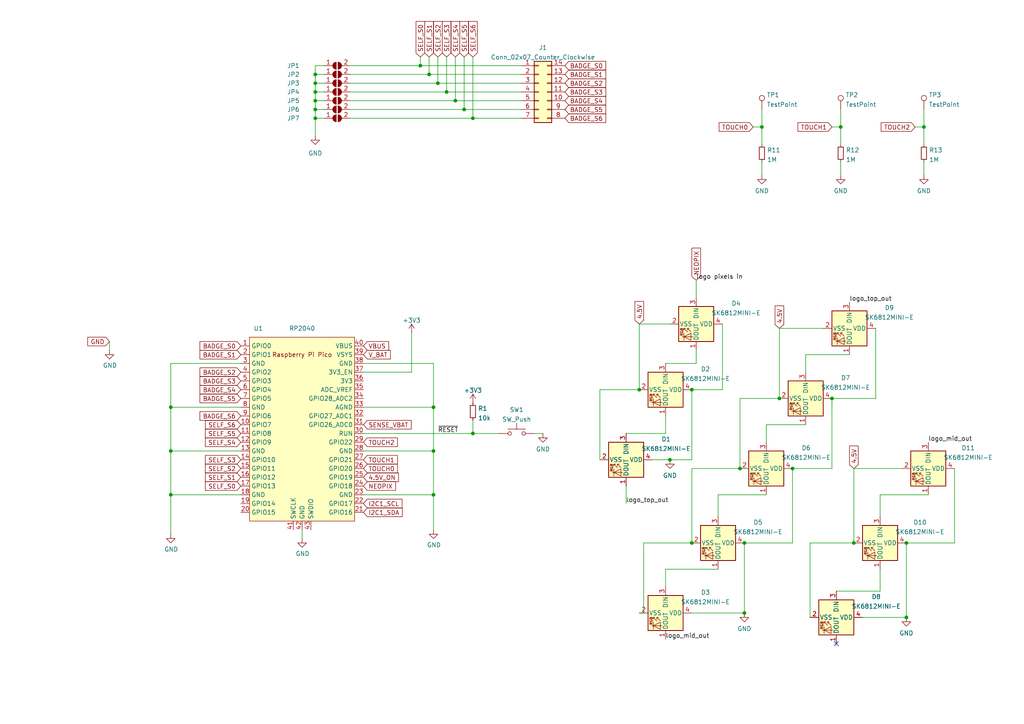
<source format=kicad_sch>
(kicad_sch (version 20211123) (generator eeschema)
  (paper "A4")
  (lib_symbols
    (symbol "Connector:TestPoint" (pin_numbers hide) (pin_names (offset 0.762) hide)
      (property "Reference" "TP" (at 0 6.858 0))
      (property "Value" "TestPoint" (at 0 5.08 0))
      (symbol "TestPoint_0_1"
        (circle (center 0 3.302) (radius 0.762))
      )
      (symbol "TestPoint_1_1"
        (pin passive line (at 0 0 90) (length 2.54) (name "1") (number "1"))
      )
    )
    (symbol "Connector_Generic:Conn_02x07_Counter_Clockwise" (pin_names (offset 1.016) hide)
      (property "Reference" "J" (at 1.27 10.16 0))
      (property "Value" "Conn_02x07_Counter_Clockwise" (at 1.27 -10.16 0))
      (symbol "Conn_02x07_Counter_Clockwise_1_1"
        (rectangle (start -1.27 -7.493) (end 0 -7.747) (stroke (width 0.1524)))
        (rectangle (start -1.27 -4.953) (end 0 -5.207) (stroke (width 0.1524)))
        (rectangle (start -1.27 -2.413) (end 0 -2.667) (stroke (width 0.1524)))
        (rectangle (start -1.27 0.127) (end 0 -0.127) (stroke (width 0.1524)))
        (rectangle (start -1.27 2.667) (end 0 2.413) (stroke (width 0.1524)))
        (rectangle (start -1.27 5.207) (end 0 4.953) (stroke (width 0.1524)))
        (rectangle (start -1.27 7.747) (end 0 7.493) (stroke (width 0.1524)))
        (rectangle (start -1.27 8.89) (end 3.81 -8.89) (stroke (width 0.254)) (fill (type background)))
        (rectangle (start 3.81 -7.493) (end 2.54 -7.747) (stroke (width 0.1524)))
        (rectangle (start 3.81 -4.953) (end 2.54 -5.207) (stroke (width 0.1524)))
        (rectangle (start 3.81 -2.413) (end 2.54 -2.667) (stroke (width 0.1524)))
        (rectangle (start 3.81 0.127) (end 2.54 -0.127) (stroke (width 0.1524)))
        (rectangle (start 3.81 2.667) (end 2.54 2.413) (stroke (width 0.1524)))
        (rectangle (start 3.81 5.207) (end 2.54 4.953) (stroke (width 0.1524)))
        (rectangle (start 3.81 7.747) (end 2.54 7.493) (stroke (width 0.1524)))
        (pin passive line (at -5.08 7.62 0) (length 3.81) (name "Pin_1") (number "1"))
        (pin passive line (at 7.62 -2.54 180) (length 3.81) (name "Pin_10") (number "10"))
        (pin passive line (at 7.62 0 180) (length 3.81) (name "Pin_11") (number "11"))
        (pin passive line (at 7.62 2.54 180) (length 3.81) (name "Pin_12") (number "12"))
        (pin passive line (at 7.62 5.08 180) (length 3.81) (name "Pin_13") (number "13"))
        (pin passive line (at 7.62 7.62 180) (length 3.81) (name "Pin_14") (number "14"))
        (pin passive line (at -5.08 5.08 0) (length 3.81) (name "Pin_2") (number "2"))
        (pin passive line (at -5.08 2.54 0) (length 3.81) (name "Pin_3") (number "3"))
        (pin passive line (at -5.08 0 0) (length 3.81) (name "Pin_4") (number "4"))
        (pin passive line (at -5.08 -2.54 0) (length 3.81) (name "Pin_5") (number "5"))
        (pin passive line (at -5.08 -5.08 0) (length 3.81) (name "Pin_6") (number "6"))
        (pin passive line (at -5.08 -7.62 0) (length 3.81) (name "Pin_7") (number "7"))
        (pin passive line (at 7.62 -7.62 180) (length 3.81) (name "Pin_8") (number "8"))
        (pin passive line (at 7.62 -5.08 180) (length 3.81) (name "Pin_9") (number "9"))
      )
    )
    (symbol "Device:R_Small" (pin_numbers hide) (pin_names (offset 0.254) hide)
      (property "Reference" "R" (at 0.762 0.508 0))
      (property "Value" "R_Small" (at 0.762 -1.016 0))
      (symbol "R_Small_0_1"
        (rectangle (start -0.762 1.778) (end 0.762 -1.778) (stroke (width 0.2032)))
      )
      (symbol "R_Small_1_1"
        (pin passive line (at 0 2.54 270) (length 0.762) (name "~") (number "1"))
        (pin passive line (at 0 -2.54 90) (length 0.762) (name "~") (number "2"))
      )
    )
    (symbol "Jumper:SolderJumper_2_Open" (pin_names (offset 0) hide)
      (property "Reference" "JP" (at 0 2.032 0))
      (property "Value" "SolderJumper_2_Open" (at 0 -2.54 0))
      (symbol "SolderJumper_2_Open_0_1"
        (arc (start -0.254 1.016) (mid -1.27 0) (end -0.254 -1.016))
        (arc (start -0.254 1.016) (mid -1.27 0) (end -0.254 -1.016) (fill (type outline)))
        (polyline (pts (xy -0.254 1.016) (xy -0.254 -1.016)))
        (polyline (pts (xy 0.254 1.016) (xy 0.254 -1.016)))
        (arc (start 0.254 -1.016) (mid 1.27 0) (end 0.254 1.016))
        (arc (start 0.254 -1.016) (mid 1.27 0) (end 0.254 1.016) (fill (type outline)))
      )
      (symbol "SolderJumper_2_Open_1_1"
        (pin passive line (at -3.81 0 0) (length 2.54) (name "A") (number "1"))
        (pin passive line (at 3.81 0 180) (length 2.54) (name "B") (number "2"))
      )
    )
    (symbol "LED:SK6812MINI" (pin_names (offset 0.254))
      (property "Reference" "D" (at 5.08 5.715 0))
      (property "Value" "SK6812MINI" (at 1.27 -5.715 0))
      (symbol "SK6812MINI_0_0"
        (text "RGB" (at 2.286 -4.191 0) (effects (font (size 0.762 0.762))))
      )
      (symbol "SK6812MINI_0_1"
        (polyline (pts (xy 1.27 -3.556) (xy 1.778 -3.556)))
        (polyline (pts (xy 1.27 -2.54) (xy 1.778 -2.54)))
        (polyline (pts (xy 4.699 -3.556) (xy 2.667 -3.556)))
        (polyline (pts (xy 2.286 -2.54) (xy 1.27 -3.556) (xy 1.27 -3.048)))
        (polyline (pts (xy 2.286 -1.524) (xy 1.27 -2.54) (xy 1.27 -2.032)))
        (polyline (pts (xy 3.683 -1.016) (xy 3.683 -3.556) (xy 3.683 -4.064)))
        (polyline (pts (xy 4.699 -1.524) (xy 2.667 -1.524) (xy 3.683 -3.556) (xy 4.699 -1.524)))
        (rectangle (start 5.08 5.08) (end -5.08 -5.08) (stroke (width 0.254)) (fill (type background)))
      )
      (symbol "SK6812MINI_1_1"
        (pin output line (at 7.62 0 180) (length 2.54) (name "DOUT") (number "1"))
        (pin power_in line (at 0 -7.62 90) (length 2.54) (name "VSS") (number "2"))
        (pin input line (at -7.62 0 0) (length 2.54) (name "DIN") (number "3"))
        (pin power_in line (at 0 7.62 270) (length 2.54) (name "VDD") (number "4"))
      )
    )
    (symbol "MCU_RaspberryPi_and_Boards:Pico"
      (property "Reference" "U" (at -13.97 27.94 0))
      (property "Value" "Pico" (at 0 19.05 0))
      (symbol "Pico_0_0"
        (text "Raspberry Pi Pico" (at 0 21.59 0) (effects (font (size 1.27 1.27))))
      )
      (symbol "Pico_0_1"
        (rectangle (start -15.24 26.67) (end 15.24 -26.67) (fill (type background)))
      )
      (symbol "Pico_1_1"
        (pin bidirectional line (at -17.78 24.13 0) (length 2.54) (name "GPIO0") (number "1"))
        (pin bidirectional line (at -17.78 1.27 0) (length 2.54) (name "GPIO7") (number "10"))
        (pin bidirectional line (at -17.78 -1.27 0) (length 2.54) (name "GPIO8") (number "11"))
        (pin bidirectional line (at -17.78 -3.81 0) (length 2.54) (name "GPIO9") (number "12"))
        (pin power_in line (at -17.78 -6.35 0) (length 2.54) (name "GND") (number "13"))
        (pin bidirectional line (at -17.78 -8.89 0) (length 2.54) (name "GPIO10") (number "14"))
        (pin bidirectional line (at -17.78 -11.43 0) (length 2.54) (name "GPIO11") (number "15"))
        (pin bidirectional line (at -17.78 -13.97 0) (length 2.54) (name "GPIO12") (number "16"))
        (pin bidirectional line (at -17.78 -16.51 0) (length 2.54) (name "GPIO13") (number "17"))
        (pin power_in line (at -17.78 -19.05 0) (length 2.54) (name "GND") (number "18"))
        (pin bidirectional line (at -17.78 -21.59 0) (length 2.54) (name "GPIO14") (number "19"))
        (pin bidirectional line (at -17.78 21.59 0) (length 2.54) (name "GPIO1") (number "2"))
        (pin bidirectional line (at -17.78 -24.13 0) (length 2.54) (name "GPIO15") (number "20"))
        (pin bidirectional line (at 17.78 -24.13 180) (length 2.54) (name "GPIO16") (number "21"))
        (pin bidirectional line (at 17.78 -21.59 180) (length 2.54) (name "GPIO17") (number "22"))
        (pin power_in line (at 17.78 -19.05 180) (length 2.54) (name "GND") (number "23"))
        (pin bidirectional line (at 17.78 -16.51 180) (length 2.54) (name "GPIO18") (number "24"))
        (pin bidirectional line (at 17.78 -13.97 180) (length 2.54) (name "GPIO19") (number "25"))
        (pin bidirectional line (at 17.78 -11.43 180) (length 2.54) (name "GPIO20") (number "26"))
        (pin bidirectional line (at 17.78 -8.89 180) (length 2.54) (name "GPIO21") (number "27"))
        (pin power_in line (at 17.78 -6.35 180) (length 2.54) (name "GND") (number "28"))
        (pin bidirectional line (at 17.78 -3.81 180) (length 2.54) (name "GPIO22") (number "29"))
        (pin power_in line (at -17.78 19.05 0) (length 2.54) (name "GND") (number "3"))
        (pin input line (at 17.78 -1.27 180) (length 2.54) (name "RUN") (number "30"))
        (pin bidirectional line (at 17.78 1.27 180) (length 2.54) (name "GPIO26_ADC0") (number "31"))
        (pin bidirectional line (at 17.78 3.81 180) (length 2.54) (name "GPIO27_ADC1") (number "32"))
        (pin power_in line (at 17.78 6.35 180) (length 2.54) (name "AGND") (number "33"))
        (pin bidirectional line (at 17.78 8.89 180) (length 2.54) (name "GPIO28_ADC2") (number "34"))
        (pin power_in line (at 17.78 11.43 180) (length 2.54) (name "ADC_VREF") (number "35"))
        (pin power_in line (at 17.78 13.97 180) (length 2.54) (name "3V3") (number "36"))
        (pin input line (at 17.78 16.51 180) (length 2.54) (name "3V3_EN") (number "37"))
        (pin bidirectional line (at 17.78 19.05 180) (length 2.54) (name "GND") (number "38"))
        (pin power_in line (at 17.78 21.59 180) (length 2.54) (name "VSYS") (number "39"))
        (pin bidirectional line (at -17.78 16.51 0) (length 2.54) (name "GPIO2") (number "4"))
        (pin power_in line (at 17.78 24.13 180) (length 2.54) (name "VBUS") (number "40"))
        (pin input line (at -2.54 -29.21 90) (length 2.54) (name "SWCLK") (number "41"))
        (pin power_in line (at 0 -29.21 90) (length 2.54) (name "GND") (number "42"))
        (pin bidirectional line (at 2.54 -29.21 90) (length 2.54) (name "SWDIO") (number "43"))
        (pin bidirectional line (at -17.78 13.97 0) (length 2.54) (name "GPIO3") (number "5"))
        (pin bidirectional line (at -17.78 11.43 0) (length 2.54) (name "GPIO4") (number "6"))
        (pin bidirectional line (at -17.78 8.89 0) (length 2.54) (name "GPIO5") (number "7"))
        (pin power_in line (at -17.78 6.35 0) (length 2.54) (name "GND") (number "8"))
        (pin bidirectional line (at -17.78 3.81 0) (length 2.54) (name "GPIO6") (number "9"))
      )
    )
    (symbol "Switch:SW_Push" (pin_numbers hide) (pin_names (offset 1.016) hide)
      (property "Reference" "SW" (at 1.27 2.54 0))
      (property "Value" "SW_Push" (at 0 -1.524 0))
      (symbol "SW_Push_0_1"
        (circle (center -2.032 0) (radius 0.508))
        (polyline (pts (xy 0 1.27) (xy 0 3.048)))
        (polyline (pts (xy 2.54 1.27) (xy -2.54 1.27)))
        (circle (center 2.032 0) (radius 0.508))
        (pin passive line (at -5.08 0 0) (length 2.54) (name "1") (number "1"))
        (pin passive line (at 5.08 0 180) (length 2.54) (name "2") (number "2"))
      )
    )
    (symbol "power:+3.3V" (power) (pin_names (offset 0))
      (property "Value" "+3.3V" (at 0 3.556 0))
      (symbol "+3.3V_0_1"
        (polyline (pts (xy -0.762 1.27) (xy 0 2.54)))
        (polyline (pts (xy 0 0) (xy 0 2.54)))
        (polyline (pts (xy 0 2.54) (xy 0.762 1.27)))
      )
      (symbol "+3.3V_1_1"
        (pin power_in line (at 0 0 90) (length 0) hide (name "+3V3") (number "1"))
      )
    )
    (symbol "power:GND" (power) (pin_names (offset 0))
      (property "Value" "GND" (at 0 -3.81 0))
      (symbol "GND_0_1"
        (polyline (pts (xy 0 0) (xy 0 -1.27) (xy 1.27 -1.27) (xy 0 -2.54) (xy -1.27 -1.27) (xy 0 -1.27)))
      )
      (symbol "GND_1_1"
        (pin power_in line (at 0 0 270) (length 0) hide (name "GND") (number "1"))
      )
    )
  )
  (junction (at 243.84 36.83))
  (junction (at 226.06 115.57))
  (junction (at 137.16 125.73))
  (junction (at 91.44 26.67))
  (junction (at 125.73 130.81))
  (junction (at 247.65 157.48))
  (junction (at 262.89 157.48))
  (junction (at 214.63 135.89))
  (junction (at 215.9 157.48))
  (junction (at 121.92 19.05))
  (junction (at 262.89 179.07))
  (junction (at 215.9 177.8))
  (junction (at 125.73 143.51))
  (junction (at 220.98 36.83))
  (junction (at 91.44 21.59))
  (junction (at 129.54 26.67))
  (junction (at 267.97 36.83))
  (junction (at 132.08 29.21))
  (junction (at 91.44 34.29))
  (junction (at 91.44 31.75))
  (junction (at 241.3 115.57))
  (junction (at 134.62 31.75))
  (junction (at 229.87 135.89))
  (junction (at 125.73 118.11))
  (junction (at 49.53 143.51))
  (junction (at 200.66 113.03))
  (junction (at 127 24.13))
  (junction (at 49.53 130.81))
  (junction (at 185.42 113.03))
  (junction (at 91.44 24.13))
  (junction (at 91.44 29.21))
  (junction (at 49.53 118.11))
  (junction (at 194.31 133.35))
  (junction (at 200.66 157.48))
  (junction (at 124.46 21.59))
  (junction (at 137.16 34.29))
  (no_connect (at 242.57 186.69))
  (wire (pts (xy 247.65 157.48) (xy 247.65 135.89)))
  (wire (pts (xy 49.53 118.11) (xy 49.53 130.81)))
  (wire (pts (xy 243.84 36.83) (xy 243.84 41.91)))
  (wire (pts (xy 229.87 135.89) (xy 241.3 135.89)))
  (wire (pts (xy 91.44 34.29) (xy 93.98 34.29)))
  (wire (pts (xy 49.53 118.11) (xy 69.85 118.11)))
  (wire (pts (xy 208.28 165.1) (xy 193.04 165.1)))
  (wire (pts (xy 194.31 93.98) (xy 185.42 93.98)))
  (wire (pts (xy 105.41 107.95) (xy 119.38 107.95)))
  (wire (pts (xy 91.44 21.59) (xy 93.98 21.59)))
  (wire (pts (xy 262.89 179.07) (xy 250.19 179.07)))
  (wire (pts (xy 241.3 36.83) (xy 243.84 36.83)))
  (wire (pts (xy 209.55 93.98) (xy 209.55 113.03)))
  (wire (pts (xy 241.3 135.89) (xy 241.3 115.57)))
  (wire (pts (xy 91.44 19.05) (xy 91.44 21.59)))
  (wire (pts (xy 105.41 118.11) (xy 125.73 118.11)))
  (wire (pts (xy 218.44 36.83) (xy 220.98 36.83)))
  (wire (pts (xy 276.86 157.48) (xy 262.89 157.48)))
  (wire (pts (xy 49.53 105.41) (xy 69.85 105.41)))
  (wire (pts (xy 125.73 130.81) (xy 125.73 143.51)))
  (wire (pts (xy 185.42 113.03) (xy 173.99 113.03)))
  (wire (pts (xy 124.46 21.59) (xy 151.13 21.59)))
  (wire (pts (xy 137.16 16.51) (xy 137.16 34.29)))
  (wire (pts (xy 214.63 115.57) (xy 214.63 135.89)))
  (wire (pts (xy 132.08 29.21) (xy 151.13 29.21)))
  (wire (pts (xy 222.25 123.19) (xy 222.25 128.27)))
  (wire (pts (xy 267.97 31.75) (xy 267.97 36.83)))
  (wire (pts (xy 255.27 143.51) (xy 255.27 149.86)))
  (wire (pts (xy 234.95 157.48) (xy 247.65 157.48)))
  (wire (pts (xy 49.53 130.81) (xy 69.85 130.81)))
  (wire (pts (xy 101.6 19.05) (xy 121.92 19.05)))
  (wire (pts (xy 105.41 130.81) (xy 125.73 130.81)))
  (wire (pts (xy 124.46 16.51) (xy 124.46 21.59)))
  (wire (pts (xy 200.66 135.89) (xy 200.66 157.48)))
  (wire (pts (xy 201.93 105.41) (xy 201.93 101.6)))
  (wire (pts (xy 209.55 113.03) (xy 200.66 113.03)))
  (wire (pts (xy 186.69 177.8) (xy 185.42 177.8)))
  (wire (pts (xy 243.84 46.99) (xy 243.84 50.8)))
  (wire (pts (xy 185.42 93.98) (xy 185.42 113.03)))
  (wire (pts (xy 87.63 153.67) (xy 87.63 156.21)))
  (wire (pts (xy 91.44 26.67) (xy 93.98 26.67)))
  (wire (pts (xy 129.54 26.67) (xy 151.13 26.67)))
  (wire (pts (xy 276.86 135.89) (xy 276.86 157.48)))
  (wire (pts (xy 91.44 31.75) (xy 93.98 31.75)))
  (wire (pts (xy 137.16 121.92) (xy 137.16 125.73)))
  (wire (pts (xy 91.44 34.29) (xy 91.44 39.37)))
  (wire (pts (xy 101.6 26.67) (xy 129.54 26.67)))
  (wire (pts (xy 265.43 36.83) (xy 267.97 36.83)))
  (wire (pts (xy 186.69 157.48) (xy 186.69 177.8)))
  (wire (pts (xy 246.38 102.87) (xy 233.68 102.87)))
  (wire (pts (xy 201.93 81.28) (xy 201.93 86.36)))
  (wire (pts (xy 220.98 31.75) (xy 220.98 36.83)))
  (wire (pts (xy 181.61 125.73) (xy 193.04 125.73)))
  (wire (pts (xy 121.92 19.05) (xy 151.13 19.05)))
  (wire (pts (xy 125.73 105.41) (xy 105.41 105.41)))
  (wire (pts (xy 125.73 118.11) (xy 125.73 130.81)))
  (wire (pts (xy 193.04 105.41) (xy 201.93 105.41)))
  (wire (pts (xy 132.08 16.51) (xy 132.08 29.21)))
  (wire (pts (xy 220.98 36.83) (xy 220.98 41.91)))
  (wire (pts (xy 234.95 179.07) (xy 234.95 157.48)))
  (wire (pts (xy 91.44 21.59) (xy 91.44 24.13)))
  (wire (pts (xy 255.27 165.1) (xy 255.27 171.45)))
  (wire (pts (xy 233.68 102.87) (xy 233.68 107.95)))
  (wire (pts (xy 49.53 143.51) (xy 69.85 143.51)))
  (wire (pts (xy 91.44 31.75) (xy 91.44 34.29)))
  (wire (pts (xy 200.66 113.03) (xy 200.66 133.35)))
  (wire (pts (xy 181.61 146.05) (xy 181.61 140.97)))
  (wire (pts (xy 127 16.51) (xy 127 24.13)))
  (wire (pts (xy 226.06 95.25) (xy 226.06 115.57)))
  (wire (pts (xy 49.53 130.81) (xy 49.53 143.51)))
  (wire (pts (xy 91.44 29.21) (xy 91.44 31.75)))
  (wire (pts (xy 31.75 99.06) (xy 31.75 101.6)))
  (wire (pts (xy 91.44 26.67) (xy 91.44 29.21)))
  (wire (pts (xy 101.6 24.13) (xy 127 24.13)))
  (wire (pts (xy 255.27 171.45) (xy 242.57 171.45)))
  (wire (pts (xy 193.04 125.73) (xy 193.04 120.65)))
  (wire (pts (xy 200.66 157.48) (xy 186.69 157.48)))
  (wire (pts (xy 91.44 24.13) (xy 93.98 24.13)))
  (wire (pts (xy 215.9 177.8) (xy 215.9 157.48)))
  (wire (pts (xy 241.3 115.57) (xy 254 115.57)))
  (wire (pts (xy 267.97 36.83) (xy 267.97 41.91)))
  (wire (pts (xy 229.87 157.48) (xy 229.87 135.89)))
  (wire (pts (xy 137.16 34.29) (xy 151.13 34.29)))
  (wire (pts (xy 91.44 19.05) (xy 93.98 19.05)))
  (wire (pts (xy 49.53 143.51) (xy 49.53 154.94)))
  (wire (pts (xy 119.38 107.95) (xy 119.38 96.52)))
  (wire (pts (xy 243.84 31.75) (xy 243.84 36.83)))
  (wire (pts (xy 214.63 135.89) (xy 200.66 135.89)))
  (wire (pts (xy 129.54 16.51) (xy 129.54 26.67)))
  (wire (pts (xy 91.44 29.21) (xy 93.98 29.21)))
  (wire (pts (xy 134.62 16.51) (xy 134.62 31.75)))
  (wire (pts (xy 247.65 135.89) (xy 261.62 135.89)))
  (wire (pts (xy 125.73 143.51) (xy 125.73 153.67)))
  (wire (pts (xy 208.28 143.51) (xy 208.28 149.86)))
  (wire (pts (xy 269.24 143.51) (xy 255.27 143.51)))
  (wire (pts (xy 91.44 24.13) (xy 91.44 26.67)))
  (wire (pts (xy 267.97 46.99) (xy 267.97 50.8)))
  (wire (pts (xy 125.73 105.41) (xy 125.73 118.11)))
  (wire (pts (xy 105.41 143.51) (xy 125.73 143.51)))
  (wire (pts (xy 101.6 29.21) (xy 132.08 29.21)))
  (wire (pts (xy 154.94 125.73) (xy 157.48 125.73)))
  (wire (pts (xy 101.6 34.29) (xy 137.16 34.29)))
  (wire (pts (xy 101.6 31.75) (xy 134.62 31.75)))
  (wire (pts (xy 222.25 143.51) (xy 208.28 143.51)))
  (wire (pts (xy 215.9 157.48) (xy 229.87 157.48)))
  (wire (pts (xy 101.6 21.59) (xy 124.46 21.59)))
  (wire (pts (xy 127 24.13) (xy 151.13 24.13)))
  (wire (pts (xy 254 115.57) (xy 254 95.25)))
  (wire (pts (xy 121.92 16.51) (xy 121.92 19.05)))
  (wire (pts (xy 262.89 157.48) (xy 262.89 179.07)))
  (wire (pts (xy 137.16 125.73) (xy 144.78 125.73)))
  (wire (pts (xy 105.41 125.73) (xy 137.16 125.73)))
  (wire (pts (xy 226.06 115.57) (xy 214.63 115.57)))
  (wire (pts (xy 200.66 177.8) (xy 215.9 177.8)))
  (wire (pts (xy 193.04 165.1) (xy 193.04 170.18)))
  (wire (pts (xy 233.68 123.19) (xy 222.25 123.19)))
  (wire (pts (xy 134.62 31.75) (xy 151.13 31.75)))
  (wire (pts (xy 220.98 46.99) (xy 220.98 50.8)))
  (wire (pts (xy 49.53 105.41) (xy 49.53 118.11)))
  (wire (pts (xy 173.99 113.03) (xy 173.99 133.35)))
  (wire (pts (xy 200.66 133.35) (xy 194.31 133.35)))
  (wire (pts (xy 238.76 95.25) (xy 226.06 95.25)))
  (wire (pts (xy 194.31 133.35) (xy 189.23 133.35)))
  (label "logo_top_out" (at 246.38 87.63 0))
  (label "logo_mid_out" (at 269.24 128.27 0))
  (label "logo pixels in" (at 201.93 81.28 0))
  (label "logo_mid_out" (at 193.04 185.42 0))
  (label "logo_top_out" (at 181.61 146.05 0))
  (label "~{RESET}" (at 127 125.73 0))
  (global_label "I2C1_SCL" (shape input) (at 105.41 146.05 0) (property "Intersheet References" "${INTERSHEET_REFS}" (effects hide)))
  (global_label "BADGE_S4" (shape input) (at 69.85 113.03 180) (property "Intersheet References" "${INTERSHEET_REFS}" (effects hide)))
  (global_label "NEOPIX" (shape input) (at 201.93 81.28 90) (property "Intersheet References" "${INTERSHEET_REFS}" (effects hide)))
  (global_label "BADGE_S1" (shape input) (at 69.85 102.87 180) (property "Intersheet References" "${INTERSHEET_REFS}" (effects hide)))
  (global_label "TOUCH0" (shape input) (at 105.41 135.89 0) (property "Intersheet References" "${INTERSHEET_REFS}" (effects hide)))
  (global_label "TOUCH2" (shape input) (at 265.43 36.83 180) (property "Intersheet References" "${INTERSHEET_REFS}" (effects hide)))
  (global_label "BADGE_S3" (shape input) (at 69.85 110.49 180) (property "Intersheet References" "${INTERSHEET_REFS}" (effects hide)))
  (global_label "BADGE_S5" (shape input) (at 163.83 31.75 0) (property "Intersheet References" "${INTERSHEET_REFS}" (effects hide)))
  (global_label "SELF_S3" (shape input) (at 129.54 16.51 90) (property "Intersheet References" "${INTERSHEET_REFS}" (effects hide)))
  (global_label "SELF_S6" (shape input) (at 137.16 16.51 90) (property "Intersheet References" "${INTERSHEET_REFS}" (effects hide)))
  (global_label "SELF_S0" (shape input) (at 69.85 140.97 180) (property "Intersheet References" "${INTERSHEET_REFS}" (effects hide)))
  (global_label "BADGE_S2" (shape input) (at 69.85 107.95 180) (property "Intersheet References" "${INTERSHEET_REFS}" (effects hide)))
  (global_label "BADGE_S0" (shape input) (at 69.85 100.33 180) (property "Intersheet References" "${INTERSHEET_REFS}" (effects hide)))
  (global_label "SELF_S2" (shape input) (at 69.85 135.89 180) (property "Intersheet References" "${INTERSHEET_REFS}" (effects hide)))
  (global_label "VBUS" (shape input) (at 105.41 100.33 0) (property "Intersheet References" "${INTERSHEET_REFS}" (effects hide)))
  (global_label "BADGE_S0" (shape input) (at 163.83 19.05 0) (property "Intersheet References" "${INTERSHEET_REFS}" (effects hide)))
  (global_label "SELF_S3" (shape input) (at 69.85 133.35 180) (property "Intersheet References" "${INTERSHEET_REFS}" (effects hide)))
  (global_label "SELF_S5" (shape input) (at 69.85 125.73 180) (property "Intersheet References" "${INTERSHEET_REFS}" (effects hide)))
  (global_label "BADGE_S6" (shape input) (at 69.85 120.65 180) (property "Intersheet References" "${INTERSHEET_REFS}" (effects hide)))
  (global_label "BADGE_S5" (shape input) (at 69.85 115.57 180) (property "Intersheet References" "${INTERSHEET_REFS}" (effects hide)))
  (global_label "BADGE_S1" (shape input) (at 163.83 21.59 0) (property "Intersheet References" "${INTERSHEET_REFS}" (effects hide)))
  (global_label "BADGE_S2" (shape input) (at 163.83 24.13 0) (property "Intersheet References" "${INTERSHEET_REFS}" (effects hide)))
  (global_label "NEOPIX" (shape input) (at 105.41 140.97 0) (property "Intersheet References" "${INTERSHEET_REFS}" (effects hide)))
  (global_label "SELF_S1" (shape input) (at 69.85 138.43 180) (property "Intersheet References" "${INTERSHEET_REFS}" (effects hide)))
  (global_label "4.5V_ON" (shape input) (at 105.41 138.43 0) (property "Intersheet References" "${INTERSHEET_REFS}" (effects hide)))
  (global_label "4.5V" (shape input) (at 185.42 93.98 90) (property "Intersheet References" "${INTERSHEET_REFS}" (effects hide)))
  (global_label "4.5V" (shape input) (at 226.06 95.25 90) (property "Intersheet References" "${INTERSHEET_REFS}" (effects hide)))
  (global_label "I2C1_SDA" (shape input) (at 105.41 148.59 0) (property "Intersheet References" "${INTERSHEET_REFS}" (effects hide)))
  (global_label "TOUCH2" (shape input) (at 105.41 128.27 0) (property "Intersheet References" "${INTERSHEET_REFS}" (effects hide)))
  (global_label "SELF_S6" (shape input) (at 69.85 123.19 180) (property "Intersheet References" "${INTERSHEET_REFS}" (effects hide)))
  (global_label "BADGE_S3" (shape input) (at 163.83 26.67 0) (property "Intersheet References" "${INTERSHEET_REFS}" (effects hide)))
  (global_label "TOUCH1" (shape input) (at 241.3 36.83 180) (property "Intersheet References" "${INTERSHEET_REFS}" (effects hide)))
  (global_label "BADGE_S4" (shape input) (at 163.83 29.21 0) (property "Intersheet References" "${INTERSHEET_REFS}" (effects hide)))
  (global_label "BADGE_S6" (shape input) (at 163.83 34.29 0) (property "Intersheet References" "${INTERSHEET_REFS}" (effects hide)))
  (global_label "SELF_S4" (shape input) (at 69.85 128.27 180) (property "Intersheet References" "${INTERSHEET_REFS}" (effects hide)))
  (global_label "4.5V" (shape input) (at 247.65 135.89 90) (property "Intersheet References" "${INTERSHEET_REFS}" (effects hide)))
  (global_label "SELF_S0" (shape input) (at 121.92 16.51 90) (property "Intersheet References" "${INTERSHEET_REFS}" (effects hide)))
  (global_label "SELF_S1" (shape input) (at 124.46 16.51 90) (property "Intersheet References" "${INTERSHEET_REFS}" (effects hide)))
  (global_label "SELF_S4" (shape input) (at 132.08 16.51 90) (property "Intersheet References" "${INTERSHEET_REFS}" (effects hide)))
  (global_label "TOUCH1" (shape input) (at 105.41 133.35 0) (property "Intersheet References" "${INTERSHEET_REFS}" (effects hide)))
  (global_label "SENSE_VBAT" (shape input) (at 105.41 123.19 0) (property "Intersheet References" "${INTERSHEET_REFS}" (effects hide)))
  (global_label "SELF_S5" (shape input) (at 134.62 16.51 90) (property "Intersheet References" "${INTERSHEET_REFS}" (effects hide)))
  (global_label "V_BAT" (shape input) (at 105.41 102.87 0) (property "Intersheet References" "${INTERSHEET_REFS}" (effects hide)))
  (global_label "GND" (shape input) (at 31.75 99.06 180) (property "Intersheet References" "${INTERSHEET_REFS}" (effects hide)))
  (global_label "SELF_S2" (shape input) (at 127 16.51 90) (property "Intersheet References" "${INTERSHEET_REFS}" (effects hide)))
  (global_label "TOUCH0" (shape input) (at 218.44 36.83 180) (property "Intersheet References" "${INTERSHEET_REFS}" (effects hide)))
  (symbol (lib_id "LED:SK6812MINI") (at 246.38 95.25 270) (unit 1)
    (property "Reference" "D9" (at 257.9559 89.2767 90))
    (property "Value" "SK6812MINI-E" (at 257.9559 92.0518 90))
    (property "Footprint" "footprints:SK6812-MINI-E" (effects hide))
    (property "Datasheet" "https://cdn-shop.adafruit.com/product-files/2686/SK6812MINI_REV.01-1-2.pdf" (effects hide))
  )
  (symbol (lib_id "LED:SK6812MINI") (at 269.24 135.89 270) (unit 1)
    (property "Reference" "D11" (at 280.8159 129.9167 90))
    (property "Value" "SK6812MINI-E" (at 280.8159 132.6918 90))
    (property "Footprint" "footprints:SK6812-MINI-E" (effects hide))
    (property "Datasheet" "https://cdn-shop.adafruit.com/product-files/2686/SK6812MINI_REV.01-1-2.pdf" (effects hide))
  )
  (symbol (lib_id "Connector:TestPoint") (at 267.97 31.75 0) (unit 1)
    (property "Reference" "TP3" (at 269.367 27.5395 0) (effects (justify left)))
    (property "Value" "TestPoint" (at 269.367 30.3146 0) (effects (justify left)))
    (property "Footprint" "TestPoint:TestPoint_Pad_D4.0mm" (effects hide))
  )
  (symbol (lib_id "power:+3.3V") (at 119.38 96.52 0) (unit 1)
    (property "Reference" "#PWR0103" (effects hide))
    (property "Value" "+3.3V" (at 119.38 92.9155 0))
  )
  (symbol (lib_id "LED:SK6812MINI") (at 233.68 115.57 270) (unit 1)
    (property "Reference" "D7" (at 245.2559 109.5967 90))
    (property "Value" "SK6812MINI-E" (at 245.2559 112.3718 90))
    (property "Footprint" "footprints:SK6812-MINI-E" (effects hide))
    (property "Datasheet" "https://cdn-shop.adafruit.com/product-files/2686/SK6812MINI_REV.01-1-2.pdf" (effects hide))
  )
  (symbol (lib_id "Connector:TestPoint") (at 220.98 31.75 0) (unit 1)
    (property "Reference" "TP1" (at 222.377 27.5395 0) (effects (justify left)))
    (property "Value" "TestPoint" (at 222.377 30.3146 0) (effects (justify left)))
    (property "Footprint" "TestPoint:TestPoint_Pad_D4.0mm" (effects hide))
  )
  (symbol (lib_id "LED:SK6812MINI") (at 193.04 177.8 270) (unit 1)
    (property "Reference" "D3" (at 204.6159 171.8267 90))
    (property "Value" "SK6812MINI-E" (at 204.6159 174.6018 90))
    (property "Footprint" "footprints:SK6812-MINI-E" (effects hide))
    (property "Datasheet" "https://cdn-shop.adafruit.com/product-files/2686/SK6812MINI_REV.01-1-2.pdf" (effects hide))
  )
  (symbol (lib_id "Device:R_Small") (at 220.98 44.45 0) (unit 1)
    (property "Reference" "R11" (at 222.4786 43.5415 0) (effects (justify left)))
    (property "Value" "1M" (at 222.4786 46.3166 0) (effects (justify left)))
    (property "Footprint" "Resistor_SMD:R_0402_1005Metric" (effects hide))
    (property "LCSC" "C26083" (effects hide))
  )
  (symbol (lib_id "LED:SK6812MINI") (at 208.28 157.48 270) (unit 1)
    (property "Reference" "D5" (at 219.8559 151.5067 90))
    (property "Value" "SK6812MINI-E" (at 219.8559 154.2818 90))
    (property "Footprint" "footprints:SK6812-MINI-E" (effects hide))
    (property "Datasheet" "https://cdn-shop.adafruit.com/product-files/2686/SK6812MINI_REV.01-1-2.pdf" (effects hide))
  )
  (symbol (lib_id "power:GND") (at 87.63 156.21 0) (unit 1)
    (property "Reference" "#PWR0106" (effects hide))
    (property "Value" "GND" (at 87.757 160.6042 0))
  )
  (symbol (lib_id "power:GND") (at 243.84 50.8 0) (unit 1)
    (property "Reference" "#PWR0123" (effects hide))
    (property "Value" "GND" (at 243.84 55.3625 0))
  )
  (symbol (lib_id "Jumper:SolderJumper_2_Open") (at 97.79 29.21 0) (unit 1)
    (property "Reference" "JP5" (at 85.09 29.21 0))
    (property "Value" "SolderJumper_2_Open" (effects hide))
    (property "Footprint" "Jumper:SolderJumper-2_P1.3mm_Open_TrianglePad1.0x1.5mm" (effects hide))
  )
  (symbol (lib_id "power:GND") (at 267.97 50.8 0) (unit 1)
    (property "Reference" "#PWR0124" (effects hide))
    (property "Value" "GND" (at 267.97 55.3625 0))
  )
  (symbol (lib_id "Device:R_Small") (at 137.16 119.38 0) (unit 1)
    (property "Reference" "R1" (at 138.6586 118.4715 0) (effects (justify left)))
    (property "Value" "10k" (at 138.6586 121.2466 0) (effects (justify left)))
    (property "Footprint" "Resistor_SMD:R_0402_1005Metric" (effects hide))
    (property "LCSC" "C25744" (effects hide))
  )
  (symbol (lib_id "LED:SK6812MINI") (at 255.27 157.48 270) (unit 1)
    (property "Reference" "D10" (at 266.8459 151.5067 90))
    (property "Value" "SK6812MINI-E" (at 266.8459 154.2818 90))
    (property "Footprint" "footprints:SK6812-MINI-E" (effects hide))
    (property "Datasheet" "https://cdn-shop.adafruit.com/product-files/2686/SK6812MINI_REV.01-1-2.pdf" (effects hide))
  )
  (symbol (lib_id "power:GND") (at 49.53 154.94 0) (unit 1)
    (property "Reference" "#PWR0107" (effects hide))
    (property "Value" "GND" (at 49.657 159.3342 0))
  )
  (symbol (lib_id "power:GND") (at 157.48 125.73 0) (unit 1)
    (property "Reference" "#PWR0104" (effects hide))
    (property "Value" "GND" (at 157.48 130.2925 0))
  )
  (symbol (lib_id "Switch:SW_Push") (at 149.86 125.73 0) (unit 1)
    (property "Reference" "SW1" (at 149.86 118.8425 0))
    (property "Value" "SW_Push" (at 149.86 121.6176 0))
    (property "Footprint" "Button_Switch_SMD:SW_Push_1P1T_NO_Vertical_Wuerth_434133025816" (effects hide))
    (property "LCSC" "C139797" (effects hide))
  )
  (symbol (lib_id "power:GND") (at 125.73 153.67 0) (unit 1)
    (property "Reference" "#PWR0105" (effects hide))
    (property "Value" "GND" (at 125.857 158.0642 0))
  )
  (symbol (lib_id "Jumper:SolderJumper_2_Open") (at 97.79 24.13 0) (unit 1)
    (property "Reference" "JP3" (at 85.09 24.13 0))
    (property "Value" "SolderJumper_2_Open" (effects hide))
    (property "Footprint" "Jumper:SolderJumper-2_P1.3mm_Open_TrianglePad1.0x1.5mm" (effects hide))
  )
  (symbol (lib_id "power:+3.3V") (at 137.16 116.84 0) (unit 1)
    (property "Reference" "#PWR0102" (effects hide))
    (property "Value" "+3.3V" (at 137.16 113.2355 0))
  )
  (symbol (lib_id "power:GND") (at 262.89 179.07 0) (unit 1)
    (property "Reference" "#PWR0129" (effects hide))
    (property "Value" "GND" (at 262.89 183.6325 0))
  )
  (symbol (lib_id "power:GND") (at 91.44 39.37 0) (unit 1)
    (property "Reference" "#PWR0121" (effects hide))
    (property "Value" "GND" (at 91.44 44.45 0))
  )
  (symbol (lib_id "Jumper:SolderJumper_2_Open") (at 97.79 26.67 0) (unit 1)
    (property "Reference" "JP4" (at 85.09 26.67 0))
    (property "Value" "SolderJumper_2_Open" (effects hide))
    (property "Footprint" "Jumper:SolderJumper-2_P1.3mm_Open_TrianglePad1.0x1.5mm" (effects hide))
  )
  (symbol (lib_id "Jumper:SolderJumper_2_Open") (at 97.79 34.29 0) (unit 1)
    (property "Reference" "JP7" (at 85.09 34.29 0))
    (property "Value" "SolderJumper_2_Open" (effects hide))
    (property "Footprint" "Jumper:SolderJumper-2_P1.3mm_Open_TrianglePad1.0x1.5mm" (effects hide))
  )
  (symbol (lib_id "LED:SK6812MINI") (at 193.04 113.03 270) (unit 1)
    (property "Reference" "D2" (at 204.6159 107.0567 90))
    (property "Value" "SK6812MINI-E" (at 204.6159 109.8318 90))
    (property "Footprint" "footprints:SK6812-MINI-E" (effects hide))
    (property "Datasheet" "https://cdn-shop.adafruit.com/product-files/2686/SK6812MINI_REV.01-1-2.pdf" (effects hide))
  )
  (symbol (lib_id "LED:SK6812MINI") (at 181.61 133.35 270) (unit 1)
    (property "Reference" "D1" (at 193.1859 127.3767 90))
    (property "Value" "SK6812MINI-E" (at 193.1859 130.1518 90))
    (property "Footprint" "footprints:SK6812-MINI-E" (effects hide))
    (property "Datasheet" "https://cdn-shop.adafruit.com/product-files/2686/SK6812MINI_REV.01-1-2.pdf" (effects hide))
  )
  (symbol (lib_id "Device:R_Small") (at 267.97 44.45 0) (unit 1)
    (property "Reference" "R13" (at 269.4686 43.5415 0) (effects (justify left)))
    (property "Value" "1M" (at 269.4686 46.3166 0) (effects (justify left)))
    (property "Footprint" "Resistor_SMD:R_0402_1005Metric" (effects hide))
    (property "LCSC" "C26083" (effects hide))
  )
  (symbol (lib_id "MCU_RaspberryPi_and_Boards:Pico") (at 87.63 124.46 0) (unit 1)
    (property "Reference" "U1" (at 74.93 95.25 0))
    (property "Value" "RP2040" (at 87.63 95.25 0))
    (property "Footprint" "footprints:RPi_Pico_SMD_TH" (effects hide))
  )
  (symbol (lib_id "LED:SK6812MINI") (at 201.93 93.98 270) (unit 1)
    (property "Reference" "D4" (at 213.5059 88.0067 90))
    (property "Value" "SK6812MINI-E" (at 213.5059 90.7818 90))
    (property "Footprint" "footprints:SK6812-MINI-E" (effects hide))
    (property "Datasheet" "https://cdn-shop.adafruit.com/product-files/2686/SK6812MINI_REV.01-1-2.pdf" (effects hide))
  )
  (symbol (lib_id "power:GND") (at 31.75 101.6 0) (unit 1)
    (property "Reference" "#PWR0101" (effects hide))
    (property "Value" "GND" (at 31.877 105.9942 0))
  )
  (symbol (lib_id "Connector:TestPoint") (at 243.84 31.75 0) (unit 1)
    (property "Reference" "TP2" (at 245.237 27.5395 0) (effects (justify left)))
    (property "Value" "TestPoint" (at 245.237 30.3146 0) (effects (justify left)))
    (property "Footprint" "TestPoint:TestPoint_Pad_D4.0mm" (effects hide))
  )
  (symbol (lib_id "Jumper:SolderJumper_2_Open") (at 97.79 31.75 0) (unit 1)
    (property "Reference" "JP6" (at 85.09 31.75 0))
    (property "Value" "SolderJumper_2_Open" (effects hide))
    (property "Footprint" "Jumper:SolderJumper-2_P1.3mm_Open_TrianglePad1.0x1.5mm" (effects hide))
  )
  (symbol (lib_id "power:GND") (at 220.98 50.8 0) (unit 1)
    (property "Reference" "#PWR0125" (effects hide))
    (property "Value" "GND" (at 220.98 55.3625 0))
  )
  (symbol (lib_id "power:GND") (at 215.9 177.8 0) (unit 1)
    (property "Reference" "#PWR0108" (effects hide))
    (property "Value" "GND" (at 215.9 182.3625 0))
  )
  (symbol (lib_id "Connector_Generic:Conn_02x07_Counter_Clockwise") (at 156.21 26.67 0) (unit 1)
    (property "Reference" "J1" (at 157.48 13.8135 0))
    (property "Value" "Conn_02x07_Counter_Clockwise" (at 157.48 16.5886 0))
    (property "Footprint" "Connector_PCBEdge:BADGE_EDGE_x14" (effects hide))
  )
  (symbol (lib_id "LED:SK6812MINI") (at 222.25 135.89 270) (unit 1)
    (property "Reference" "D6" (at 233.8259 129.9167 90))
    (property "Value" "SK6812MINI-E" (at 233.8259 132.6918 90))
    (property "Footprint" "footprints:SK6812-MINI-E" (effects hide))
    (property "Datasheet" "https://cdn-shop.adafruit.com/product-files/2686/SK6812MINI_REV.01-1-2.pdf" (effects hide))
  )
  (symbol (lib_id "power:GND") (at 194.31 133.35 0) (unit 1)
    (property "Reference" "#PWR0113" (effects hide))
    (property "Value" "GND" (at 194.31 137.9125 0))
  )
  (symbol (lib_id "Jumper:SolderJumper_2_Open") (at 97.79 21.59 0) (unit 1)
    (property "Reference" "JP2" (at 85.09 21.59 0))
    (property "Value" "SolderJumper_2_Open" (effects hide))
    (property "Footprint" "Jumper:SolderJumper-2_P1.3mm_Open_TrianglePad1.0x1.5mm" (effects hide))
  )
  (symbol (lib_id "Jumper:SolderJumper_2_Open") (at 97.79 19.05 0) (unit 1)
    (property "Reference" "JP1" (at 85.09 19.05 0))
    (property "Value" "SolderJumper_2_Open" (effects hide))
    (property "Footprint" "Jumper:SolderJumper-2_P1.3mm_Open_TrianglePad1.0x1.5mm" (effects hide))
  )
  (symbol (lib_id "Device:R_Small") (at 243.84 44.45 0) (unit 1)
    (property "Reference" "R12" (at 245.3386 43.5415 0) (effects (justify left)))
    (property "Value" "1M" (at 245.3386 46.3166 0) (effects (justify left)))
    (property "Footprint" "Resistor_SMD:R_0402_1005Metric" (effects hide))
    (property "LCSC" "C26083" (effects hide))
  )
  (symbol (lib_id "LED:SK6812MINI") (at 242.57 179.07 270) (unit 1)
    (property "Reference" "D8" (at 254.1459 173.0967 90))
    (property "Value" "SK6812MINI-E" (at 254.1459 175.8718 90))
    (property "Footprint" "footprints:SK6812-MINI-E" (effects hide))
    (property "Datasheet" "https://cdn-shop.adafruit.com/product-files/2686/SK6812MINI_REV.01-1-2.pdf" (effects hide))
  )
  (sheet (at -1.27 223.52) (size 297.18 200.66) (stroke (width 0.1524))
    (property "Sheet name" "power supply" (at -1.27 222.8084 0) (effects (justify left bottom)))
    (property "Sheet file" "power_supply.kicad_sch" (at -1.27 424.7646 0) (effects (justify left top)))
  )
)
</source>
